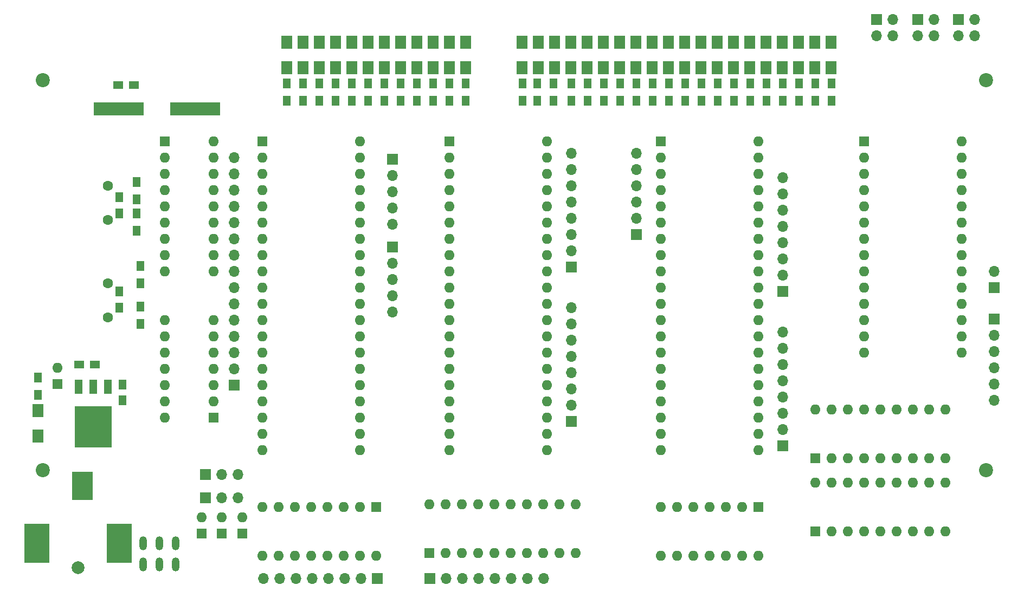
<source format=gbr>
G04 #@! TF.FileFunction,Soldermask,Top*
%FSLAX46Y46*%
G04 Gerber Fmt 4.6, Leading zero omitted, Abs format (unit mm)*
G04 Created by KiCad (PCBNEW 4.0.3-stable) date 10/01/17 01:55:27*
%MOMM*%
%LPD*%
G01*
G04 APERTURE LIST*
%ADD10C,0.100000*%
%ADD11C,2.200000*%
%ADD12O,1.200000X2.200000*%
%ADD13R,1.700000X1.700000*%
%ADD14O,1.700000X1.700000*%
%ADD15R,1.700000X2.000000*%
%ADD16R,1.600000X1.600000*%
%ADD17O,1.600000X1.600000*%
%ADD18R,1.250000X1.500000*%
%ADD19R,1.500000X1.250000*%
%ADD20R,3.300000X4.400000*%
%ADD21R,3.900000X6.200000*%
%ADD22C,2.000000*%
%ADD23R,1.300000X1.500000*%
%ADD24C,1.600000*%
%ADD25R,1.200000X2.200000*%
%ADD26R,5.800000X6.400000*%
%ADD27R,7.875000X2.000000*%
G04 APERTURE END LIST*
D10*
D11*
X80010000Y-54610000D03*
X227330000Y-54610000D03*
X227330000Y-115570000D03*
D12*
X95631000Y-127002000D03*
X95631000Y-130302000D03*
X98171000Y-127002000D03*
X98171000Y-130302000D03*
X100711000Y-127002000D03*
X100711000Y-130302000D03*
D13*
X223012000Y-45085000D03*
D14*
X225552000Y-45085000D03*
X223012000Y-47625000D03*
X225552000Y-47625000D03*
D13*
X216662000Y-45085000D03*
D14*
X219202000Y-45085000D03*
X216662000Y-47625000D03*
X219202000Y-47625000D03*
D15*
X185274268Y-48672284D03*
X185274268Y-52672284D03*
X164954268Y-48672284D03*
X164954268Y-52672284D03*
X135854168Y-48641108D03*
X135854168Y-52641108D03*
D16*
X114300000Y-64135000D03*
D17*
X129540000Y-112395000D03*
X114300000Y-66675000D03*
X129540000Y-109855000D03*
X114300000Y-69215000D03*
X129540000Y-107315000D03*
X114300000Y-71755000D03*
X129540000Y-104775000D03*
X114300000Y-74295000D03*
X129540000Y-102235000D03*
X114300000Y-76835000D03*
X129540000Y-99695000D03*
X114300000Y-79375000D03*
X129540000Y-97155000D03*
X114300000Y-81915000D03*
X129540000Y-94615000D03*
X114300000Y-84455000D03*
X129540000Y-92075000D03*
X114300000Y-86995000D03*
X129540000Y-89535000D03*
X114300000Y-89535000D03*
X129540000Y-86995000D03*
X114300000Y-92075000D03*
X129540000Y-84455000D03*
X114300000Y-94615000D03*
X129540000Y-81915000D03*
X114300000Y-97155000D03*
X129540000Y-79375000D03*
X114300000Y-99695000D03*
X129540000Y-76835000D03*
X114300000Y-102235000D03*
X129540000Y-74295000D03*
X114300000Y-104775000D03*
X129540000Y-71755000D03*
X114300000Y-107315000D03*
X129540000Y-69215000D03*
X114300000Y-109855000D03*
X129540000Y-66675000D03*
X114300000Y-112395000D03*
X129540000Y-64135000D03*
D18*
X91948000Y-90150000D03*
X91948000Y-87650000D03*
X91948000Y-75418000D03*
X91948000Y-72918000D03*
D19*
X94214000Y-55372000D03*
X91714000Y-55372000D03*
D18*
X92456000Y-102148000D03*
X92456000Y-104648000D03*
D19*
X85618000Y-99060000D03*
X88118000Y-99060000D03*
D20*
X86198000Y-118000000D03*
D21*
X79048000Y-127000000D03*
X91948000Y-127000000D03*
D22*
X85498000Y-130800000D03*
D16*
X107950000Y-125476000D03*
D17*
X107950000Y-122936000D03*
D16*
X82296000Y-102108000D03*
D17*
X82296000Y-99568000D03*
D15*
X203054268Y-48672284D03*
X203054268Y-52672284D03*
X182734268Y-48672284D03*
X182734268Y-52672284D03*
X200514268Y-48672284D03*
X200514268Y-52672284D03*
X180194268Y-48672284D03*
X180194268Y-52672284D03*
X197974268Y-48672284D03*
X197974268Y-52672284D03*
X177654268Y-48672284D03*
X177654268Y-52672284D03*
X195434268Y-48672284D03*
X195434268Y-52672284D03*
X175114268Y-48672284D03*
X175114268Y-52672284D03*
X192894268Y-48672284D03*
X192894268Y-52672284D03*
X172574268Y-48672284D03*
X172574268Y-52672284D03*
X190354268Y-48672284D03*
X190354268Y-52672284D03*
X170034268Y-48672284D03*
X170034268Y-52672284D03*
X187814268Y-48672284D03*
X187814268Y-52672284D03*
X167494268Y-48672284D03*
X167494268Y-52672284D03*
X162414268Y-48672284D03*
X162414268Y-52672284D03*
X159874268Y-48672284D03*
X159874268Y-52672284D03*
X133314168Y-48641108D03*
X133314168Y-52641108D03*
X157334268Y-48672284D03*
X157334268Y-52672284D03*
X130774168Y-48641108D03*
X130774168Y-52641108D03*
X154794268Y-48672284D03*
X154794268Y-52672284D03*
X128234168Y-48641108D03*
X128234168Y-52641108D03*
X123154168Y-48641108D03*
X123154168Y-52641108D03*
X125694168Y-48641108D03*
X125694168Y-52641108D03*
X120614168Y-48641108D03*
X120614168Y-52641108D03*
X118074168Y-48641108D03*
X118074168Y-52641108D03*
X146014168Y-48641108D03*
X146014168Y-52641108D03*
X143474168Y-48641108D03*
X143474168Y-52641108D03*
X140934168Y-48641108D03*
X140934168Y-52641108D03*
X138394168Y-48641108D03*
X138394168Y-52641108D03*
X79248000Y-110204000D03*
X79248000Y-106204000D03*
D13*
X105410000Y-116205000D03*
D14*
X107950000Y-116205000D03*
X110490000Y-116205000D03*
D13*
X162560000Y-107950000D03*
D14*
X162560000Y-105410000D03*
X162560000Y-102870000D03*
X162560000Y-100330000D03*
X162560000Y-97790000D03*
X162560000Y-95250000D03*
X162560000Y-92710000D03*
X162560000Y-90170000D03*
D13*
X162560000Y-83820000D03*
D14*
X162560000Y-81280000D03*
X162560000Y-78740000D03*
X162560000Y-76200000D03*
X162560000Y-73660000D03*
X162560000Y-71120000D03*
X162560000Y-68580000D03*
X162560000Y-66040000D03*
D13*
X228600000Y-86995000D03*
D14*
X228600000Y-84455000D03*
D13*
X172720000Y-78740000D03*
D14*
X172720000Y-76200000D03*
X172720000Y-73660000D03*
X172720000Y-71120000D03*
X172720000Y-68580000D03*
X172720000Y-66040000D03*
D13*
X195580000Y-111760000D03*
D14*
X195580000Y-109220000D03*
X195580000Y-106680000D03*
X195580000Y-104140000D03*
X195580000Y-101600000D03*
X195580000Y-99060000D03*
X195580000Y-96520000D03*
X195580000Y-93980000D03*
D13*
X195580000Y-87630000D03*
D14*
X195580000Y-85090000D03*
X195580000Y-82550000D03*
X195580000Y-80010000D03*
X195580000Y-77470000D03*
X195580000Y-74930000D03*
X195580000Y-72390000D03*
X195580000Y-69850000D03*
D13*
X210185000Y-45085000D03*
D14*
X212725000Y-45085000D03*
X210185000Y-47625000D03*
X212725000Y-47625000D03*
D23*
X94615000Y-73185000D03*
X94615000Y-70485000D03*
X95250000Y-90010000D03*
X95250000Y-92710000D03*
X94615000Y-75405000D03*
X94615000Y-78105000D03*
X95250000Y-83660000D03*
X95250000Y-86360000D03*
X203200000Y-57818000D03*
X203200000Y-55118000D03*
X182880000Y-57818000D03*
X182880000Y-55118000D03*
X200660000Y-57818000D03*
X200660000Y-55118000D03*
X180340000Y-57818000D03*
X180340000Y-55118000D03*
X198120000Y-57818000D03*
X198120000Y-55118000D03*
X177800000Y-57818000D03*
X177800000Y-55118000D03*
X195580000Y-57818000D03*
X195580000Y-55118000D03*
X175260000Y-57818000D03*
X175260000Y-55118000D03*
X193040000Y-57818000D03*
X193040000Y-55118000D03*
X172720000Y-57818000D03*
X172720000Y-55118000D03*
X190500000Y-57818000D03*
X190500000Y-55118000D03*
X170180000Y-57818000D03*
X170180000Y-55118000D03*
X187960000Y-57818000D03*
X187960000Y-55118000D03*
X167640000Y-57818000D03*
X167640000Y-55118000D03*
X185420000Y-57818000D03*
X185420000Y-55118000D03*
X165100000Y-57818000D03*
X165100000Y-55118000D03*
X162560000Y-57818000D03*
X162560000Y-55118000D03*
X135890000Y-57818000D03*
X135890000Y-55118000D03*
X159766000Y-57818000D03*
X159766000Y-55118000D03*
X133350000Y-57818000D03*
X133350000Y-55118000D03*
X157226000Y-57818000D03*
X157226000Y-55118000D03*
X130810000Y-57818000D03*
X130810000Y-55118000D03*
X154940000Y-57818000D03*
X154940000Y-55118000D03*
X128270000Y-57818000D03*
X128270000Y-55118000D03*
X123190000Y-57818000D03*
X123190000Y-55118000D03*
X125730000Y-57818000D03*
X125730000Y-55118000D03*
X120650000Y-57818000D03*
X120650000Y-55118000D03*
X118110000Y-57818000D03*
X118110000Y-55118000D03*
X146050000Y-57818000D03*
X146050000Y-55118000D03*
X143510000Y-57818000D03*
X143510000Y-55118000D03*
X140970000Y-57818000D03*
X140970000Y-55118000D03*
X138430000Y-57818000D03*
X138430000Y-55118000D03*
X79248000Y-103792000D03*
X79248000Y-101092000D03*
D24*
X90170000Y-91660000D03*
X90170000Y-86360000D03*
X90170000Y-76420000D03*
X90170000Y-71120000D03*
D16*
X99060000Y-64135000D03*
D17*
X106680000Y-84455000D03*
X99060000Y-66675000D03*
X106680000Y-81915000D03*
X99060000Y-69215000D03*
X106680000Y-79375000D03*
X99060000Y-71755000D03*
X106680000Y-76835000D03*
X99060000Y-74295000D03*
X106680000Y-74295000D03*
X99060000Y-76835000D03*
X106680000Y-71755000D03*
X99060000Y-79375000D03*
X106680000Y-69215000D03*
X99060000Y-81915000D03*
X106680000Y-66675000D03*
X99060000Y-84455000D03*
X106680000Y-64135000D03*
D16*
X143510000Y-64135000D03*
D17*
X158750000Y-112395000D03*
X143510000Y-66675000D03*
X158750000Y-109855000D03*
X143510000Y-69215000D03*
X158750000Y-107315000D03*
X143510000Y-71755000D03*
X158750000Y-104775000D03*
X143510000Y-74295000D03*
X158750000Y-102235000D03*
X143510000Y-76835000D03*
X158750000Y-99695000D03*
X143510000Y-79375000D03*
X158750000Y-97155000D03*
X143510000Y-81915000D03*
X158750000Y-94615000D03*
X143510000Y-84455000D03*
X158750000Y-92075000D03*
X143510000Y-86995000D03*
X158750000Y-89535000D03*
X143510000Y-89535000D03*
X158750000Y-86995000D03*
X143510000Y-92075000D03*
X158750000Y-84455000D03*
X143510000Y-94615000D03*
X158750000Y-81915000D03*
X143510000Y-97155000D03*
X158750000Y-79375000D03*
X143510000Y-99695000D03*
X158750000Y-76835000D03*
X143510000Y-102235000D03*
X158750000Y-74295000D03*
X143510000Y-104775000D03*
X158750000Y-71755000D03*
X143510000Y-107315000D03*
X158750000Y-69215000D03*
X143510000Y-109855000D03*
X158750000Y-66675000D03*
X143510000Y-112395000D03*
X158750000Y-64135000D03*
D16*
X176530000Y-64135000D03*
D17*
X191770000Y-112395000D03*
X176530000Y-66675000D03*
X191770000Y-109855000D03*
X176530000Y-69215000D03*
X191770000Y-107315000D03*
X176530000Y-71755000D03*
X191770000Y-104775000D03*
X176530000Y-74295000D03*
X191770000Y-102235000D03*
X176530000Y-76835000D03*
X191770000Y-99695000D03*
X176530000Y-79375000D03*
X191770000Y-97155000D03*
X176530000Y-81915000D03*
X191770000Y-94615000D03*
X176530000Y-84455000D03*
X191770000Y-92075000D03*
X176530000Y-86995000D03*
X191770000Y-89535000D03*
X176530000Y-89535000D03*
X191770000Y-86995000D03*
X176530000Y-92075000D03*
X191770000Y-84455000D03*
X176530000Y-94615000D03*
X191770000Y-81915000D03*
X176530000Y-97155000D03*
X191770000Y-79375000D03*
X176530000Y-99695000D03*
X191770000Y-76835000D03*
X176530000Y-102235000D03*
X191770000Y-74295000D03*
X176530000Y-104775000D03*
X191770000Y-71755000D03*
X176530000Y-107315000D03*
X191770000Y-69215000D03*
X176530000Y-109855000D03*
X191770000Y-66675000D03*
X176530000Y-112395000D03*
X191770000Y-64135000D03*
D16*
X208280000Y-64135000D03*
D17*
X223520000Y-97155000D03*
X208280000Y-66675000D03*
X223520000Y-94615000D03*
X208280000Y-69215000D03*
X223520000Y-92075000D03*
X208280000Y-71755000D03*
X223520000Y-89535000D03*
X208280000Y-74295000D03*
X223520000Y-86995000D03*
X208280000Y-76835000D03*
X223520000Y-84455000D03*
X208280000Y-79375000D03*
X223520000Y-81915000D03*
X208280000Y-81915000D03*
X223520000Y-79375000D03*
X208280000Y-84455000D03*
X223520000Y-76835000D03*
X208280000Y-86995000D03*
X223520000Y-74295000D03*
X208280000Y-89535000D03*
X223520000Y-71755000D03*
X208280000Y-92075000D03*
X223520000Y-69215000D03*
X208280000Y-94615000D03*
X223520000Y-66675000D03*
X208280000Y-97155000D03*
X223520000Y-64135000D03*
D16*
X191770000Y-121285000D03*
D17*
X176530000Y-128905000D03*
X189230000Y-121285000D03*
X179070000Y-128905000D03*
X186690000Y-121285000D03*
X181610000Y-128905000D03*
X184150000Y-121285000D03*
X184150000Y-128905000D03*
X181610000Y-121285000D03*
X186690000Y-128905000D03*
X179070000Y-121285000D03*
X189230000Y-128905000D03*
X176530000Y-121285000D03*
X191770000Y-128905000D03*
D16*
X132080000Y-121285000D03*
D17*
X114300000Y-128905000D03*
X129540000Y-121285000D03*
X116840000Y-128905000D03*
X127000000Y-121285000D03*
X119380000Y-128905000D03*
X124460000Y-121285000D03*
X121920000Y-128905000D03*
X121920000Y-121285000D03*
X124460000Y-128905000D03*
X119380000Y-121285000D03*
X127000000Y-128905000D03*
X116840000Y-121285000D03*
X129540000Y-128905000D03*
X114300000Y-121285000D03*
X132080000Y-128905000D03*
D16*
X200660000Y-125095000D03*
D17*
X220980000Y-117475000D03*
X203200000Y-125095000D03*
X218440000Y-117475000D03*
X205740000Y-125095000D03*
X215900000Y-117475000D03*
X208280000Y-125095000D03*
X213360000Y-117475000D03*
X210820000Y-125095000D03*
X210820000Y-117475000D03*
X213360000Y-125095000D03*
X208280000Y-117475000D03*
X215900000Y-125095000D03*
X205740000Y-117475000D03*
X218440000Y-125095000D03*
X203200000Y-117475000D03*
X220980000Y-125095000D03*
X200660000Y-117475000D03*
D16*
X200660000Y-113665000D03*
D17*
X220980000Y-106045000D03*
X203200000Y-113665000D03*
X218440000Y-106045000D03*
X205740000Y-113665000D03*
X215900000Y-106045000D03*
X208280000Y-113665000D03*
X213360000Y-106045000D03*
X210820000Y-113665000D03*
X210820000Y-106045000D03*
X213360000Y-113665000D03*
X208280000Y-106045000D03*
X215900000Y-113665000D03*
X205740000Y-106045000D03*
X218440000Y-113665000D03*
X203200000Y-106045000D03*
X220980000Y-113665000D03*
X200660000Y-106045000D03*
D16*
X106680000Y-107315000D03*
D17*
X99060000Y-92075000D03*
X106680000Y-104775000D03*
X99060000Y-94615000D03*
X106680000Y-102235000D03*
X99060000Y-97155000D03*
X106680000Y-99695000D03*
X99060000Y-99695000D03*
X106680000Y-97155000D03*
X99060000Y-102235000D03*
X106680000Y-94615000D03*
X99060000Y-104775000D03*
X106680000Y-92075000D03*
X99060000Y-107315000D03*
D25*
X90164000Y-102489000D03*
X87884000Y-102489000D03*
X85604000Y-102489000D03*
D26*
X87884000Y-108789000D03*
D27*
X91852500Y-59055000D03*
X103727500Y-59055000D03*
D13*
X105410000Y-119888000D03*
D14*
X107950000Y-119888000D03*
X110490000Y-119888000D03*
D13*
X228600000Y-91948000D03*
D14*
X228600000Y-94488000D03*
X228600000Y-97028000D03*
X228600000Y-99568000D03*
X228600000Y-102108000D03*
X228600000Y-104648000D03*
D13*
X109855000Y-102235000D03*
D14*
X109855000Y-99695000D03*
X109855000Y-97155000D03*
X109855000Y-94615000D03*
X109855000Y-92075000D03*
X109855000Y-89535000D03*
X109855000Y-86995000D03*
X109855000Y-84455000D03*
X109855000Y-81915000D03*
X109855000Y-79375000D03*
X109855000Y-76835000D03*
X109855000Y-74295000D03*
X109855000Y-71755000D03*
X109855000Y-69215000D03*
X109855000Y-66675000D03*
D13*
X134620000Y-80645000D03*
D14*
X134620000Y-83185000D03*
X134620000Y-85725000D03*
X134620000Y-88265000D03*
X134620000Y-90805000D03*
D13*
X134620000Y-66929000D03*
D14*
X134620000Y-69469000D03*
X134620000Y-72009000D03*
X134620000Y-74549000D03*
X134620000Y-77089000D03*
D13*
X140462000Y-132461000D03*
D14*
X143002000Y-132461000D03*
X145542000Y-132461000D03*
X148082000Y-132461000D03*
X150622000Y-132461000D03*
X153162000Y-132461000D03*
X155702000Y-132461000D03*
X158242000Y-132461000D03*
D13*
X132207000Y-132461000D03*
D14*
X129667000Y-132461000D03*
X127127000Y-132461000D03*
X124587000Y-132461000D03*
X122047000Y-132461000D03*
X119507000Y-132461000D03*
X116967000Y-132461000D03*
X114427000Y-132461000D03*
D16*
X140335000Y-128524000D03*
D17*
X163195000Y-120904000D03*
X142875000Y-128524000D03*
X160655000Y-120904000D03*
X145415000Y-128524000D03*
X158115000Y-120904000D03*
X147955000Y-128524000D03*
X155575000Y-120904000D03*
X150495000Y-128524000D03*
X153035000Y-120904000D03*
X153035000Y-128524000D03*
X150495000Y-120904000D03*
X155575000Y-128524000D03*
X147955000Y-120904000D03*
X158115000Y-128524000D03*
X145415000Y-120904000D03*
X160655000Y-128524000D03*
X142875000Y-120904000D03*
X163195000Y-128524000D03*
X140335000Y-120904000D03*
D16*
X111125000Y-125476000D03*
D17*
X111125000Y-122936000D03*
D16*
X104775000Y-125476000D03*
D17*
X104775000Y-122936000D03*
D11*
X80010000Y-115570000D03*
M02*

</source>
